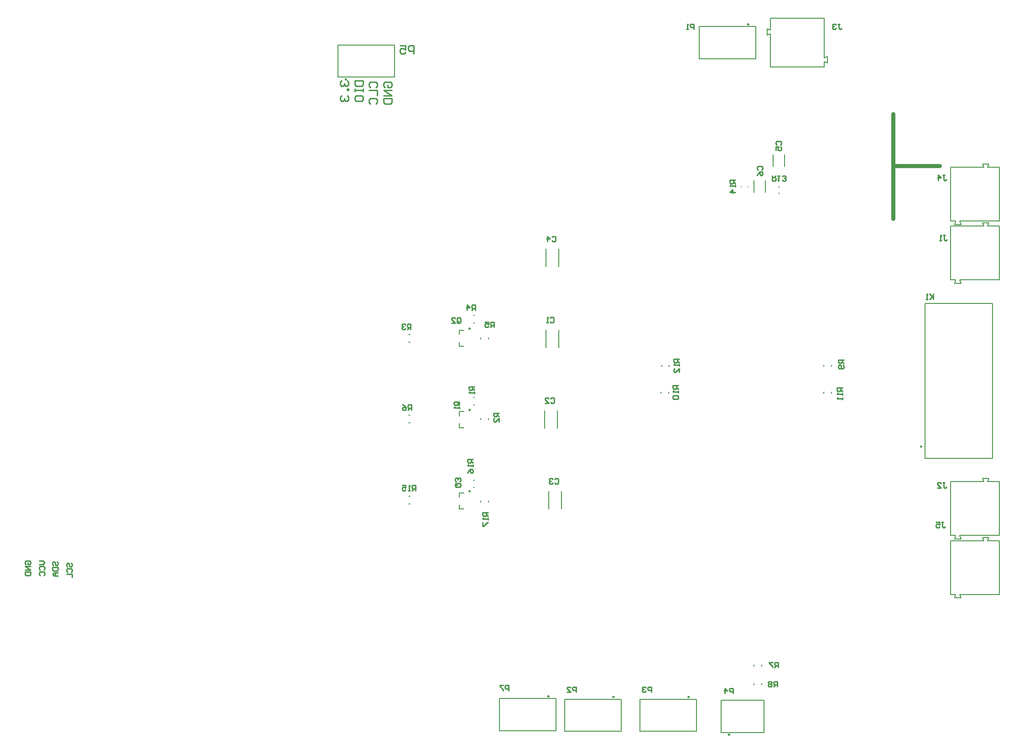
<source format=gbr>
%TF.GenerationSoftware,Altium Limited,Altium Designer,21.6.4 (81)*%
G04 Layer_Color=32896*
%FSLAX43Y43*%
%MOMM*%
%TF.SameCoordinates,51A45B19-5AA5-45A3-BC04-4EA5AD39BA57*%
%TF.FilePolarity,Positive*%
%TF.FileFunction,Legend,Bot*%
%TF.Part,Single*%
G01*
G75*
%TA.AperFunction,NonConductor*%
%ADD39C,0.250*%
%ADD40C,0.200*%
%ADD41C,0.762*%
%ADD42C,0.254*%
D39*
X115949Y8526D02*
G03*
X115949Y8526I-125J0D01*
G01*
X185153Y54927D02*
G03*
X185153Y54927I-125J0D01*
G01*
X153033Y133400D02*
G03*
X153033Y133400I-125J0D01*
G01*
X101325Y46631D02*
G03*
X101325Y46631I-125J0D01*
G01*
Y61744D02*
G03*
X101325Y61744I-125J0D01*
G01*
X78357Y123173D02*
G03*
X78357Y123173I-125J0D01*
G01*
X141984Y8400D02*
G03*
X141984Y8400I-125J0D01*
G01*
X128014D02*
G03*
X128014Y8400I-125J0D01*
G01*
X149477Y1380D02*
G03*
X149477Y1380I-125J0D01*
G01*
X101325Y76857D02*
G03*
X101325Y76857I-125J0D01*
G01*
D40*
X167052Y127150D02*
X167652Y127400D01*
Y126200D02*
Y127400D01*
X167052Y126450D02*
X167652Y126200D01*
X156452Y131400D02*
X157052Y131650D01*
X156452Y132600D02*
X157052Y132350D01*
X156452Y131400D02*
Y132600D01*
X157052Y125500D02*
Y131650D01*
Y132350D02*
Y134500D01*
X167052D01*
X157052Y125500D02*
X167052D01*
Y126450D01*
Y127150D02*
Y134500D01*
X106764Y2151D02*
Y8101D01*
Y2151D02*
X117264D01*
Y8101D01*
X106764D02*
X117264D01*
X192150Y27425D02*
X199500D01*
X190500D02*
X191450D01*
X190500D02*
Y37425D01*
X199500Y27425D02*
Y37425D01*
X197350D02*
X199500D01*
X190500D02*
X196650D01*
X196400Y38025D02*
X197600D01*
X197350Y37425D02*
X197600Y38025D01*
X196400D02*
X196650Y37425D01*
X191200Y26825D02*
X191450Y27425D01*
X191200Y26825D02*
X192400D01*
X192150Y27425D02*
X192400Y26825D01*
X103300Y74891D02*
Y75141D01*
X104700Y74891D02*
Y75141D01*
X192150Y96814D02*
X199500D01*
X190500D02*
X191450D01*
X190500D02*
Y106814D01*
X199500Y96814D02*
Y106814D01*
X197350D02*
X199500D01*
X190500D02*
X196650D01*
X196400Y107414D02*
X197600D01*
X197350Y106814D02*
X197600Y107414D01*
X196400D02*
X196650Y106814D01*
X191200Y96214D02*
X191450Y96814D01*
X191200Y96214D02*
X192400D01*
X192150Y96814D02*
X192400Y96214D01*
X198250Y52700D02*
Y81500D01*
X185750Y52700D02*
Y81500D01*
Y52700D02*
X198250D01*
X185750Y81500D02*
X198250D01*
X192150Y38394D02*
X199500D01*
X190500D02*
X191450D01*
X190500D02*
Y48394D01*
X199500Y38394D02*
Y48394D01*
X197350D02*
X199500D01*
X190500D02*
X196650D01*
X196400Y48994D02*
X197600D01*
X197350Y48394D02*
X197600Y48994D01*
X196400D02*
X196650Y48394D01*
X191200Y37794D02*
X191450Y38394D01*
X191200Y37794D02*
X192400D01*
X192150Y38394D02*
X192400Y37794D01*
X192150Y85892D02*
X199500D01*
X190500D02*
X191450D01*
X190500D02*
Y95892D01*
X199500Y85892D02*
Y95892D01*
X197350D02*
X199500D01*
X190500D02*
X196650D01*
X196400Y96492D02*
X197600D01*
X197350Y95892D02*
X197600Y96492D01*
X196400D02*
X196650Y95892D01*
X191200Y85292D02*
X191450Y85892D01*
X191200Y85292D02*
X192400D01*
X192150Y85892D02*
X192400Y85292D01*
X143848Y127025D02*
Y132975D01*
Y127025D02*
X154348D01*
Y132975D01*
X143848D02*
X154348D01*
X89875Y45700D02*
X90125D01*
X89875Y44300D02*
X90125D01*
X99300Y46331D02*
X100100D01*
X99300Y45531D02*
Y46331D01*
Y43331D02*
X100100D01*
X99300D02*
Y44131D01*
X104700Y44579D02*
Y44829D01*
X103300Y44579D02*
Y44829D01*
X101875Y48706D02*
X102125D01*
X101875Y47306D02*
X102125D01*
X89875Y59371D02*
X90125D01*
X89875Y60771D02*
X90125D01*
X99300Y58444D02*
Y59244D01*
Y58444D02*
X100100D01*
X99300Y60644D02*
Y61444D01*
X100100D01*
X101875Y62673D02*
X102125D01*
X101875Y64073D02*
X102125D01*
X103300Y59905D02*
Y60155D01*
X104700Y59905D02*
Y60155D01*
X168340Y69875D02*
Y70125D01*
X166940Y69875D02*
Y70125D01*
X138241Y69875D02*
Y70125D01*
X136841Y69875D02*
Y70125D01*
X138114Y64875D02*
Y65125D01*
X136714Y64875D02*
Y65125D01*
X168340Y64875D02*
Y65125D01*
X166940Y64875D02*
Y65125D01*
X158550Y101991D02*
X158696D01*
X158550Y103241D02*
X158696D01*
X151648Y103178D02*
Y103324D01*
X152898Y103178D02*
Y103324D01*
X153992Y102151D02*
Y104351D01*
X156142Y102151D02*
Y104351D01*
X157548Y106977D02*
Y109177D01*
X159698Y106977D02*
Y109177D01*
X76792Y123598D02*
X87292D01*
X76792D02*
Y129548D01*
X87292D01*
Y123598D02*
Y129548D01*
X132799Y7975D02*
X143299D01*
Y2025D02*
Y7975D01*
X132799Y2025D02*
X143299D01*
X132799D02*
Y7975D01*
X118829D02*
X129329D01*
Y2025D02*
Y7975D01*
X118829Y2025D02*
X129329D01*
X118829D02*
Y7975D01*
X147912Y1805D02*
X155872D01*
X147912D02*
Y7755D01*
X155872D01*
Y1805D02*
Y7755D01*
X155386Y14099D02*
Y14349D01*
X153986Y14099D02*
Y14349D01*
X155386Y10670D02*
Y10920D01*
X153986Y10670D02*
Y10920D01*
X89875Y75757D02*
X90125D01*
X89875Y74357D02*
X90125D01*
X99300Y76557D02*
X100100D01*
X99300Y75757D02*
Y76557D01*
Y73557D02*
X100100D01*
X99300D02*
Y74357D01*
X118272Y43347D02*
Y46653D01*
X115916Y43347D02*
Y46653D01*
X115408Y88347D02*
Y91653D01*
X117764Y88347D02*
Y91653D01*
Y73347D02*
Y76653D01*
X115408Y73347D02*
Y76653D01*
X117510Y58347D02*
Y61653D01*
X115154Y58347D02*
Y61653D01*
X101875Y79313D02*
X102125D01*
X101875Y77913D02*
X102125D01*
D41*
X179832Y97282D02*
Y106934D01*
Y107061D02*
X188468D01*
X179832Y107188D02*
Y116713D01*
D42*
X77470Y122936D02*
X77216Y122682D01*
Y122174D01*
X77470Y121920D01*
X77724D01*
X77978Y122174D01*
Y122428D01*
Y122174D01*
X78232Y121920D01*
X78486D01*
X78740Y122174D01*
Y122682D01*
X78486Y122936D01*
X78740Y121412D02*
X78486D01*
Y121159D01*
X78740D01*
Y121412D01*
X77470Y120143D02*
X77216Y119889D01*
Y119381D01*
X77470Y119127D01*
X77724D01*
X77978Y119381D01*
Y119635D01*
Y119381D01*
X78232Y119127D01*
X78486D01*
X78740Y119381D01*
Y119889D01*
X78486Y120143D01*
X85471Y121666D02*
X85217Y121920D01*
Y122428D01*
X85471Y122682D01*
X86487D01*
X86741Y122428D01*
Y121920D01*
X86487Y121666D01*
X85979D01*
Y122174D01*
X86741Y121158D02*
X85217D01*
X86741Y120143D01*
X85217D01*
Y119635D02*
X86741D01*
Y118873D01*
X86487Y118619D01*
X85471D01*
X85217Y118873D01*
Y119635D01*
X79883Y122936D02*
X81407D01*
Y122174D01*
X81153Y121920D01*
X80137D01*
X79883Y122174D01*
Y122936D01*
Y121412D02*
Y120905D01*
Y121159D01*
X81407D01*
Y121412D01*
Y120905D01*
X79883Y119381D02*
Y119889D01*
X80137Y120143D01*
X81153D01*
X81407Y119889D01*
Y119381D01*
X81153Y119127D01*
X80137D01*
X79883Y119381D01*
X82804Y121666D02*
X82550Y121920D01*
Y122428D01*
X82804Y122682D01*
X83820D01*
X84074Y122428D01*
Y121920D01*
X83820Y121666D01*
X82550Y121158D02*
X84074D01*
Y120143D01*
X82804Y118619D02*
X82550Y118873D01*
Y119381D01*
X82804Y119635D01*
X83820D01*
X84074Y119381D01*
Y118873D01*
X83820Y118619D01*
X26599Y32608D02*
X26432Y32774D01*
Y33107D01*
X26599Y33274D01*
X26766D01*
X26932Y33107D01*
Y32774D01*
X27099Y32608D01*
X27265D01*
X27432Y32774D01*
Y33107D01*
X27265Y33274D01*
X26599Y31608D02*
X26432Y31774D01*
Y32108D01*
X26599Y32274D01*
X27265D01*
X27432Y32108D01*
Y31774D01*
X27265Y31608D01*
X26432Y31275D02*
X27432D01*
Y30608D01*
X23932Y32862D02*
X23765Y33028D01*
Y33361D01*
X23932Y33528D01*
X24099D01*
X24265Y33361D01*
Y33028D01*
X24432Y32862D01*
X24598D01*
X24765Y33028D01*
Y33361D01*
X24598Y33528D01*
X23765Y32528D02*
X24765D01*
Y32028D01*
X24598Y31862D01*
X23932D01*
X23765Y32028D01*
Y32528D01*
X24765Y31529D02*
X24099D01*
X23765Y31195D01*
X24099Y30862D01*
X24765D01*
X24265D01*
Y31529D01*
X21352Y33655D02*
X22019D01*
X22352Y33322D01*
X22019Y32989D01*
X21352D01*
X21519Y31989D02*
X21352Y32155D01*
Y32489D01*
X21519Y32655D01*
X22185D01*
X22352Y32489D01*
Y32155D01*
X22185Y31989D01*
X21519Y30989D02*
X21352Y31156D01*
Y31489D01*
X21519Y31656D01*
X22185D01*
X22352Y31489D01*
Y31156D01*
X22185Y30989D01*
X18852Y32989D02*
X18685Y33155D01*
Y33488D01*
X18852Y33655D01*
X19518D01*
X19685Y33488D01*
Y33155D01*
X19518Y32989D01*
X19185D01*
Y33322D01*
X19685Y32655D02*
X18685D01*
X19685Y31989D01*
X18685D01*
Y31656D02*
X19685D01*
Y31156D01*
X19518Y30989D01*
X18852D01*
X18685Y31156D01*
Y31656D01*
X104640Y42652D02*
X103640D01*
Y42152D01*
X103807Y41985D01*
X104140D01*
X104307Y42152D01*
Y42652D01*
Y42318D02*
X104640Y41985D01*
Y41652D02*
Y41319D01*
Y41485D01*
X103640D01*
X103807Y41652D01*
X103640Y40819D02*
Y40152D01*
X103807D01*
X104473Y40819D01*
X104640D01*
X101846Y52558D02*
X100846D01*
Y52058D01*
X101013Y51891D01*
X101346D01*
X101513Y52058D01*
Y52558D01*
Y52224D02*
X101846Y51891D01*
Y51558D02*
Y51225D01*
Y51391D01*
X100846D01*
X101013Y51558D01*
X100846Y50058D02*
X101013Y50392D01*
X101346Y50725D01*
X101679D01*
X101846Y50558D01*
Y50225D01*
X101679Y50058D01*
X101513D01*
X101346Y50225D01*
Y50725D01*
X91166Y46744D02*
Y47744D01*
X90666D01*
X90499Y47577D01*
Y47244D01*
X90666Y47077D01*
X91166D01*
X90832D02*
X90499Y46744D01*
X90166D02*
X89833D01*
X89999D01*
Y47744D01*
X90166Y47577D01*
X88666Y47744D02*
X89333D01*
Y47244D01*
X89000Y47411D01*
X88833D01*
X88666Y47244D01*
Y46911D01*
X88833Y46744D01*
X89166D01*
X89333Y46911D01*
X150487Y104501D02*
X149487D01*
Y104001D01*
X149654Y103834D01*
X149987D01*
X150154Y104001D01*
Y104501D01*
Y104167D02*
X150487Y103834D01*
Y103501D02*
Y103168D01*
Y103334D01*
X149487D01*
X149654Y103501D01*
X150487Y102168D02*
X149487D01*
X149987Y102668D01*
Y102001D01*
X157373Y105275D02*
Y104275D01*
X157873D01*
X158040Y104442D01*
Y104775D01*
X157873Y104942D01*
X157373D01*
X157707D02*
X158040Y105275D01*
X158373D02*
X158706D01*
X158540D01*
Y104275D01*
X158373Y104442D01*
X159206D02*
X159373Y104275D01*
X159706D01*
X159873Y104442D01*
Y104608D01*
X159706Y104775D01*
X159539D01*
X159706D01*
X159873Y104942D01*
Y105108D01*
X159706Y105275D01*
X159373D01*
X159206Y105108D01*
X98727Y48093D02*
X99393D01*
X99560Y47927D01*
Y47594D01*
X99393Y47427D01*
X98727D01*
X98560Y47594D01*
Y47927D01*
X98893Y47760D02*
X98560Y48093D01*
Y47927D02*
X98727Y48093D01*
X99393Y48427D02*
X99560Y48593D01*
Y48926D01*
X99393Y49093D01*
X99227D01*
X99060Y48926D01*
Y48760D01*
Y48926D01*
X98893Y49093D01*
X98727D01*
X98560Y48926D01*
Y48593D01*
X98727Y48427D01*
X108458Y9550D02*
Y10550D01*
X107958D01*
X107792Y10383D01*
Y10050D01*
X107958Y9884D01*
X108458D01*
X107458Y10550D02*
X106792D01*
Y10383D01*
X107458Y9717D01*
Y9550D01*
X154734Y106339D02*
X154567Y106505D01*
Y106838D01*
X154734Y107005D01*
X155400D01*
X155567Y106838D01*
Y106505D01*
X155400Y106339D01*
X154567Y105339D02*
X154734Y105672D01*
X155067Y106005D01*
X155400D01*
X155567Y105839D01*
Y105506D01*
X155400Y105339D01*
X155234D01*
X155067Y105506D01*
Y106005D01*
X158193Y111004D02*
X158027Y111171D01*
Y111504D01*
X158193Y111671D01*
X158860D01*
X159026Y111504D01*
Y111171D01*
X158860Y111004D01*
X158027Y110004D02*
Y110671D01*
X158527D01*
X158360Y110338D01*
Y110171D01*
X158527Y110004D01*
X158860D01*
X159026Y110171D01*
Y110504D01*
X158860Y110671D01*
X90828Y127891D02*
Y129415D01*
X90066D01*
X89812Y129161D01*
Y128653D01*
X90066Y128399D01*
X90828D01*
X88288Y129415D02*
X89304D01*
Y128653D01*
X88796Y128907D01*
X88542D01*
X88288Y128653D01*
Y128145D01*
X88542Y127891D01*
X89050D01*
X89304Y128145D01*
X140073Y71227D02*
X139073D01*
Y70727D01*
X139240Y70560D01*
X139573D01*
X139740Y70727D01*
Y71227D01*
Y70893D02*
X140073Y70560D01*
Y70227D02*
Y69894D01*
Y70060D01*
X139073D01*
X139240Y70227D01*
X140073Y68727D02*
Y69394D01*
X139406Y68727D01*
X139240D01*
X139073Y68894D01*
Y69227D01*
X139240Y69394D01*
X170426Y65853D02*
X169426D01*
Y65353D01*
X169593Y65187D01*
X169926D01*
X170093Y65353D01*
Y65853D01*
Y65520D02*
X170426Y65187D01*
Y64853D02*
Y64520D01*
Y64687D01*
X169426D01*
X169593Y64853D01*
X170426Y64020D02*
Y63687D01*
Y63854D01*
X169426D01*
X169593Y64020D01*
X139946Y66274D02*
X138946D01*
Y65774D01*
X139113Y65607D01*
X139446D01*
X139613Y65774D01*
Y66274D01*
Y65940D02*
X139946Y65607D01*
Y65274D02*
Y64941D01*
Y65107D01*
X138946D01*
X139113Y65274D01*
Y64441D02*
X138946Y64274D01*
Y63941D01*
X139113Y63774D01*
X139779D01*
X139946Y63941D01*
Y64274D01*
X139779Y64441D01*
X139113D01*
X170680Y71064D02*
X169680D01*
Y70564D01*
X169847Y70398D01*
X170180D01*
X170347Y70564D01*
Y71064D01*
Y70731D02*
X170680Y70398D01*
X170513Y70064D02*
X170680Y69898D01*
Y69565D01*
X170513Y69398D01*
X169847D01*
X169680Y69565D01*
Y69898D01*
X169847Y70064D01*
X170013D01*
X170180Y69898D01*
Y69398D01*
X188762Y40886D02*
X189095D01*
X188928D01*
Y40053D01*
X189095Y39886D01*
X189261D01*
X189428Y40053D01*
X187762Y40886D02*
X188428D01*
Y40386D01*
X188095Y40553D01*
X187929D01*
X187762Y40386D01*
Y40053D01*
X187929Y39886D01*
X188262D01*
X188428Y40053D01*
X189016Y105402D02*
X189349D01*
X189182D01*
Y104569D01*
X189349Y104402D01*
X189515D01*
X189682Y104569D01*
X188183Y104402D02*
Y105402D01*
X188682Y104902D01*
X188016D01*
X134945Y9279D02*
Y10279D01*
X134445D01*
X134279Y10112D01*
Y9779D01*
X134445Y9612D01*
X134945D01*
X133945Y10112D02*
X133779Y10279D01*
X133446D01*
X133279Y10112D01*
Y9946D01*
X133446Y9779D01*
X133612D01*
X133446D01*
X133279Y9612D01*
Y9446D01*
X133446Y9279D01*
X133779D01*
X133945Y9446D01*
X120975Y9279D02*
Y10279D01*
X120475D01*
X120309Y10112D01*
Y9779D01*
X120475Y9612D01*
X120975D01*
X119309Y9279D02*
X119975D01*
X119309Y9946D01*
Y10112D01*
X119476Y10279D01*
X119809D01*
X119975Y10112D01*
X142779Y132469D02*
Y133469D01*
X142280D01*
X142113Y133302D01*
Y132969D01*
X142280Y132802D01*
X142779D01*
X141780Y132469D02*
X141447D01*
X141613D01*
Y133469D01*
X141780Y133302D01*
X158313Y10295D02*
Y11295D01*
X157813D01*
X157647Y11128D01*
Y10795D01*
X157813Y10628D01*
X158313D01*
X157980D02*
X157647Y10295D01*
X157313Y11128D02*
X157147Y11295D01*
X156814D01*
X156647Y11128D01*
Y10962D01*
X156814Y10795D01*
X156647Y10628D01*
Y10462D01*
X156814Y10295D01*
X157147D01*
X157313Y10462D01*
Y10628D01*
X157147Y10795D01*
X157313Y10962D01*
Y11128D01*
X157147Y10795D02*
X156814D01*
X158440Y13851D02*
Y14851D01*
X157940D01*
X157774Y14684D01*
Y14351D01*
X157940Y14184D01*
X158440D01*
X158107D02*
X157774Y13851D01*
X157440Y14851D02*
X156774D01*
Y14684D01*
X157440Y14018D01*
Y13851D01*
X90368Y61730D02*
Y62730D01*
X89868D01*
X89702Y62563D01*
Y62230D01*
X89868Y62063D01*
X90368D01*
X90035D02*
X89702Y61730D01*
X88702Y62730D02*
X89035Y62563D01*
X89368Y62230D01*
Y61897D01*
X89202Y61730D01*
X88869D01*
X88702Y61897D01*
Y62063D01*
X88869Y62230D01*
X89368D01*
X150058Y9025D02*
Y10025D01*
X149558D01*
X149392Y9858D01*
Y9525D01*
X149558Y9358D01*
X150058D01*
X148559Y9025D02*
Y10025D01*
X149058Y9525D01*
X148392D01*
X169585Y133469D02*
X169918D01*
X169751D01*
Y132636D01*
X169918Y132469D01*
X170084D01*
X170251Y132636D01*
X169251Y133302D02*
X169085Y133469D01*
X168752D01*
X168585Y133302D01*
Y133136D01*
X168752Y132969D01*
X168918D01*
X168752D01*
X168585Y132802D01*
Y132636D01*
X168752Y132469D01*
X169085D01*
X169251Y132636D01*
X116453Y93848D02*
X116620Y94014D01*
X116953D01*
X117119Y93848D01*
Y93181D01*
X116953Y93015D01*
X116620D01*
X116453Y93181D01*
X115620Y93015D02*
Y94014D01*
X116120Y93515D01*
X115453D01*
X116961Y48839D02*
X117128Y49006D01*
X117461D01*
X117627Y48839D01*
Y48173D01*
X117461Y48006D01*
X117128D01*
X116961Y48173D01*
X116628Y48839D02*
X116461Y49006D01*
X116128D01*
X115961Y48839D01*
Y48672D01*
X116128Y48506D01*
X116295D01*
X116128D01*
X115961Y48339D01*
Y48173D01*
X116128Y48006D01*
X116461D01*
X116628Y48173D01*
X116199Y63850D02*
X116366Y64017D01*
X116699D01*
X116865Y63850D01*
Y63184D01*
X116699Y63017D01*
X116366D01*
X116199Y63184D01*
X115199Y63017D02*
X115866D01*
X115199Y63684D01*
Y63850D01*
X115366Y64017D01*
X115699D01*
X115866Y63850D01*
X116123Y78836D02*
X116289Y79003D01*
X116623D01*
X116789Y78836D01*
Y78170D01*
X116623Y78003D01*
X116289D01*
X116123Y78170D01*
X115790Y78003D02*
X115456D01*
X115623D01*
Y79003D01*
X115790Y78836D01*
X90272Y76733D02*
Y77733D01*
X89772D01*
X89605Y77566D01*
Y77233D01*
X89772Y77067D01*
X90272D01*
X89938D02*
X89605Y76733D01*
X89272Y77566D02*
X89105Y77733D01*
X88772D01*
X88605Y77566D01*
Y77400D01*
X88772Y77233D01*
X88939D01*
X88772D01*
X88605Y77067D01*
Y76900D01*
X88772Y76733D01*
X89105D01*
X89272Y76900D01*
X187229Y83304D02*
Y82304D01*
Y82637D01*
X186563Y83304D01*
X187063Y82804D01*
X186563Y82304D01*
X186230D02*
X185897D01*
X186063D01*
Y83304D01*
X186230Y83137D01*
X189016Y48252D02*
X189349D01*
X189182D01*
Y47419D01*
X189349Y47252D01*
X189515D01*
X189682Y47419D01*
X188016Y47252D02*
X188682D01*
X188016Y47919D01*
Y48085D01*
X188183Y48252D01*
X188516D01*
X188682Y48085D01*
X189103Y94226D02*
X189436D01*
X189270D01*
Y93393D01*
X189436Y93226D01*
X189603D01*
X189769Y93393D01*
X188770Y93226D02*
X188437D01*
X188603D01*
Y94226D01*
X188770Y94059D01*
X106672Y61158D02*
X105672D01*
Y60658D01*
X105839Y60492D01*
X106172D01*
X106339Y60658D01*
Y61158D01*
Y60825D02*
X106672Y60492D01*
Y59492D02*
Y60158D01*
X106005Y59492D01*
X105839D01*
X105672Y59659D01*
Y59992D01*
X105839Y60158D01*
X105735Y77097D02*
Y78097D01*
X105235D01*
X105069Y77930D01*
Y77597D01*
X105235Y77430D01*
X105735D01*
X105402D02*
X105069Y77097D01*
X104069Y78097D02*
X104735D01*
Y77597D01*
X104402Y77764D01*
X104236D01*
X104069Y77597D01*
Y77264D01*
X104236Y77097D01*
X104569D01*
X104735Y77264D01*
X102100Y66071D02*
X101100D01*
Y65572D01*
X101267Y65405D01*
X101600D01*
X101767Y65572D01*
Y66071D01*
Y65738D02*
X102100Y65405D01*
Y65072D02*
Y64739D01*
Y64905D01*
X101100D01*
X101267Y65072D01*
X102260Y80289D02*
Y81289D01*
X101761D01*
X101594Y81122D01*
Y80789D01*
X101761Y80623D01*
X102260D01*
X101927D02*
X101594Y80289D01*
X100761D02*
Y81289D01*
X101261Y80789D01*
X100594D01*
X99139Y62611D02*
X98473D01*
X98306Y62778D01*
Y63111D01*
X98473Y63277D01*
X99139D01*
X99306Y63111D01*
Y62778D01*
X98973Y62944D02*
X99306Y62611D01*
Y62778D02*
X99139Y62611D01*
X99306Y62278D02*
Y61945D01*
Y62111D01*
X98306D01*
X98473Y62278D01*
X98851Y78043D02*
Y78709D01*
X99017Y78876D01*
X99351D01*
X99517Y78709D01*
Y78043D01*
X99351Y77876D01*
X99017D01*
X99184Y78210D02*
X98851Y77876D01*
X99017D02*
X98851Y78043D01*
X97851Y77876D02*
X98518D01*
X97851Y78543D01*
Y78709D01*
X98018Y78876D01*
X98351D01*
X98518Y78709D01*
%TF.MD5,16b738c0fdeeaa1e4d5a1adae4fe9977*%
M02*

</source>
